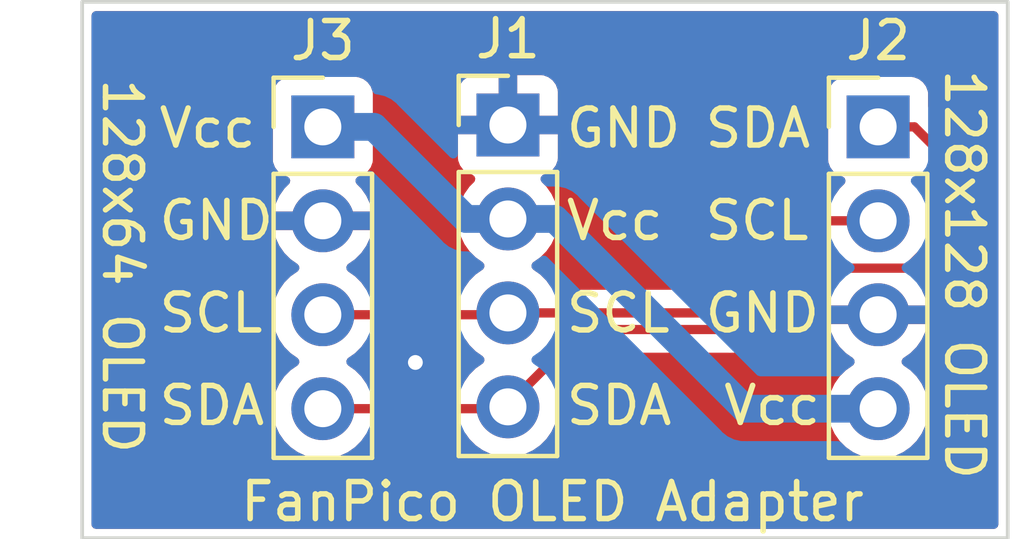
<source format=kicad_pcb>
(kicad_pcb (version 20221018) (generator pcbnew)
  (layers (0 "F.Cu" signal) (31 "B.Cu" signal) (34 "B.Paste" user) (35 "F.Paste" user) (36 "B.SilkS" user "B.Silkscreen") (37 "F.SilkS" user "F.Silkscreen") (38 "B.Mask" user) (39 "F.Mask" user) (44 "Edge.Cuts" user))
  (net 0 "")
  (net 1 "GND")
  (net 2 "VCC")
  (net 3 "SCL")
  (net 4 "SDA")
  (footprint "Connector_PinHeader_2.54mm:PinHeader_1x04_P2.54mm_Vertical" (layer "F.Cu") (at 156.8 97.78)
    (fp_text reference "J2" (at 0 -2.33) (layer "F.SilkS"))
    (fp_text value "1.5\" OLED")
    (fp_line (start -1.33 -1.33) (end 0 -1.33) (stroke (width 0.12)) (layer "F.SilkS"))
    (fp_line (start -1.33 0) (end -1.33 -1.33) (stroke (width 0.12)) (layer "F.SilkS"))
    (fp_line (start -1.33 1.27) (end -1.33 8.95) (stroke (width 0.12)) (layer "F.SilkS"))
    (fp_line (start -1.33 1.27) (end 1.33 1.27) (stroke (width 0.12)) (layer "F.SilkS"))
    (fp_line (start -1.33 8.95) (end 1.33 8.95) (stroke (width 0.12)) (layer "F.SilkS"))
    (fp_line (start 1.33 1.27) (end 1.33 8.95) (stroke (width 0.12)) (layer "F.SilkS"))
    (pad "1" thru_hole rect (at 0 0) (size 1.7 1.7) (drill 1) (layers "*.Cu" "*.Mask") (net 4 "SDA"))
    (pad "2" thru_hole oval (at 0 2.54) (size 1.7 1.7) (drill 1) (layers "*.Cu" "*.Mask") (net 3 "SCL"))
    (pad "3" thru_hole oval (at 0 5.08) (size 1.7 1.7) (drill 1) (layers "*.Cu" "*.Mask") (net 1 "GND"))
    (pad "4" thru_hole oval (at 0 7.62) (size 1.7 1.7) (drill 1) (layers "*.Cu" "*.Mask") (net 2 "VCC"))
  )
  (footprint "Connector_PinHeader_2.54mm:PinHeader_1x04_P2.54mm_Vertical" (layer "F.Cu") (at 146.8 97.73)
    (fp_text reference "J1" (at 0 -2.33) (layer "F.SilkS"))
    (fp_text value "To_FanPico_J3")
    (fp_line (start -1.33 -1.33) (end 0 -1.33) (stroke (width 0.12)) (layer "F.SilkS"))
    (fp_line (start -1.33 0) (end -1.33 -1.33) (stroke (width 0.12)) (layer "F.SilkS"))
    (fp_line (start -1.33 1.27) (end -1.33 8.95) (stroke (width 0.12)) (layer "F.SilkS"))
    (fp_line (start -1.33 1.27) (end 1.33 1.27) (stroke (width 0.12)) (layer "F.SilkS"))
    (fp_line (start -1.33 8.95) (end 1.33 8.95) (stroke (width 0.12)) (layer "F.SilkS"))
    (fp_line (start 1.33 1.27) (end 1.33 8.95) (stroke (width 0.12)) (layer "F.SilkS"))
    (pad "1" thru_hole rect (at 0 0) (size 1.7 1.7) (drill 1) (layers "*.Cu" "*.Mask") (net 1 "GND"))
    (pad "2" thru_hole oval (at 0 2.54) (size 1.7 1.7) (drill 1) (layers "*.Cu" "*.Mask") (net 2 "VCC"))
    (pad "3" thru_hole oval (at 0 5.08) (size 1.7 1.7) (drill 1) (layers "*.Cu" "*.Mask") (net 3 "SCL"))
    (pad "4" thru_hole oval (at 0 7.62) (size 1.7 1.7) (drill 1) (layers "*.Cu" "*.Mask") (net 4 "SDA"))
  )
  (footprint "Connector_PinHeader_2.54mm:PinHeader_1x04_P2.54mm_Vertical" (layer "F.Cu") (at 141.8 97.78)
    (fp_text reference "J3" (at 0 -2.33) (layer "F.SilkS"))
    (fp_text value "1.3\" OLED (alt pinout)")
    (fp_line (start -1.33 -1.33) (end 0 -1.33) (stroke (width 0.12)) (layer "F.SilkS"))
    (fp_line (start -1.33 0) (end -1.33 -1.33) (stroke (width 0.12)) (layer "F.SilkS"))
    (fp_line (start -1.33 1.27) (end -1.33 8.95) (stroke (width 0.12)) (layer "F.SilkS"))
    (fp_line (start -1.33 1.27) (end 1.33 1.27) (stroke (width 0.12)) (layer "F.SilkS"))
    (fp_line (start -1.33 8.95) (end 1.33 8.95) (stroke (width 0.12)) (layer "F.SilkS"))
    (fp_line (start 1.33 1.27) (end 1.33 8.95) (stroke (width 0.12)) (layer "F.SilkS"))
    (pad "1" thru_hole rect (at 0 0) (size 1.7 1.7) (drill 1) (layers "*.Cu" "*.Mask") (net 2 "VCC"))
    (pad "2" thru_hole oval (at 0 2.54) (size 1.7 1.7) (drill 1) (layers "*.Cu" "*.Mask") (net 1 "GND"))
    (pad "3" thru_hole oval (at 0 5.08) (size 1.7 1.7) (drill 1) (layers "*.Cu" "*.Mask") (net 3 "SCL"))
    (pad "4" thru_hole oval (at 0 7.62) (size 1.7 1.7) (drill 1) (layers "*.Cu" "*.Mask") (net 4 "SDA"))
  )
  (gr_rect (start 135.3 94.4) (end 160.3 108.9) (stroke (width 0.1)) (fill none) (layer "Edge.Cuts"))
  (gr_text "FanPico OLED Adapter" (at 139.5 108.5) (layer "F.SilkS") (effects (font (size 1 1)) (justify left bottom)))
  (gr_text "Vcc" (at 152.55 105.9) (layer "F.SilkS") (effects (font (size 1 1)) (justify left bottom)))
  (gr_text "SDA" (at 152.05 98.4) (layer "F.SilkS") (effects (font (size 1 1)) (justify left bottom)))
  (gr_text "SDA" (at 148.3 105.9) (layer "F.SilkS") (effects (font (size 1 1)) (justify left bottom)))
  (gr_text "Vcc" (at 148.3 100.9) (layer "F.SilkS") (effects (font (size 1 1)) (justify left bottom)))
  (gr_text "SCL" (at 148.3 103.4) (layer "F.SilkS") (effects (font (size 1 1)) (justify left bottom)))
  (gr_text "SCL" (at 152.05 100.9) (layer "F.SilkS") (effects (font (size 1 1)) (justify left bottom)))
  (gr_text "GND" (at 152.05 103.4) (layer "F.SilkS") (effects (font (size 1 1)) (justify left bottom)))
  (gr_text "SDA" (at 137.3 105.9) (layer "F.SilkS") (effects (font (size 1 1)) (justify left bottom)))
  (gr_text "SCL" (at 137.3 103.4) (layer "F.SilkS") (effects (font (size 1 1)) (justify left bottom)))
  (gr_text "GND" (at 137.3 100.9) (layer "F.SilkS") (effects (font (size 1 1)) (justify left bottom)))
  (gr_text "128x128 OLED" (at 158.55 96.15 -90) (layer "F.SilkS") (effects (font (size 1 1)) (justify left bottom)))
  (gr_text "128x64 OLED" (at 135.8 96.4 -90) (layer "F.SilkS") (effects (font (size 1 1)) (justify left bottom)))
  (gr_text "GND" (at 148.3 98.4) (layer "F.SilkS") (effects (font (size 1 1)) (justify left bottom)))
  (gr_text "Vcc" (at 137.3 98.4) (layer "F.SilkS") (effects (font (size 1 1)) (justify left bottom)))
  (via (at 144.3 104.15) (size 0.8) (drill 0.4) (layers "F.Cu" "B.Cu") (net 1))
  (segment (start 153.2 105.4) (end 156.8 105.4) (width 0.75) (layer "B.Cu") (net 2))
  (segment (start 141.8 97.78) (end 143.18 97.78) (width 0.75) (layer "B.Cu") (net 2))
  (segment (start 145.67 100.27) (end 146.8 100.27) (width 0.75) (layer "B.Cu") (net 2))
  (segment (start 146.8 100.27) (end 148.07 100.27) (width 0.75) (layer "B.Cu") (net 2))
  (segment (start 143.18 97.78) (end 145.67 100.27) (width 0.75) (layer "B.Cu") (net 2))
  (segment (start 148.07 100.27) (end 153.2 105.4) (width 0.75) (layer "B.Cu") (net 2))
  (segment (start 155.143604 100.32) (end 156.8 100.32) (width 0.25) (layer "F.Cu") (net 3))
  (segment (start 146.8 102.81) (end 152.653604 102.81) (width 0.25) (layer "F.Cu") (net 3))
  (segment (start 146.75 102.86) (end 146.8 102.81) (width 0.25) (layer "F.Cu") (net 3))
  (segment (start 141.8 102.86) (end 146.75 102.86) (width 0.25) (layer "F.Cu") (net 3))
  (segment (start 152.653604 102.81) (end 155.143604 100.32) (width 0.25) (layer "F.Cu") (net 3))
  (segment (start 148.84 103.26) (end 152.84 103.26) (width 0.25) (layer "F.Cu") (net 4))
  (segment (start 146.75 105.4) (end 146.8 105.35) (width 0.25) (layer "F.Cu") (net 4))
  (segment (start 146.8 105.3) (end 148.84 103.26) (width 0.25) (layer "F.Cu") (net 4))
  (segment (start 141.8 105.4) (end 146.75 105.4) (width 0.25) (layer "F.Cu") (net 4))
  (segment (start 154.5 101.6) (end 157.6 101.6) (width 0.25) (layer "F.Cu") (net 4))
  (segment (start 158.4 100.8) (end 158.4 98.4) (width 0.25) (layer "F.Cu") (net 4))
  (segment (start 157.78 97.78) (end 156.8 97.78) (width 0.25) (layer "F.Cu") (net 4))
  (segment (start 157.6 101.6) (end 158.4 100.8) (width 0.25) (layer "F.Cu") (net 4))
  (segment (start 158.4 98.4) (end 157.78 97.78) (width 0.25) (layer "F.Cu") (net 4))
  (segment (start 152.84 103.26) (end 154.5 101.6) (width 0.25) (layer "F.Cu") (net 4))
  (segment (start 146.8 105.35) (end 146.8 105.3) (width 0.25) (layer "F.Cu") (net 4))
  (zone (net 1) (net_name "GND") (layer "F.Cu") (priority 1) (connect_pads (clearance 0.5)) (min_thickness 0.25) (fill yes (thermal_gap 0.5) (thermal_bridge_width 0.5))
    (polygon (pts (xy 135.55 94.65) (xy 160.05 94.65) (xy 160.05 108.65) (xy 135.55 108.65)))
  )
  (zone (net 1) (net_name "GND") (layer "B.Cu") (connect_pads (clearance 0.5)) (min_thickness 0.25) (fill yes (thermal_gap 0.5) (thermal_bridge_width 0.5))
    (polygon (pts (xy 135.55 108.65) (xy 135.55 94.65) (xy 160.05 94.65) (xy 160.05 108.65)))
  )
)
</source>
